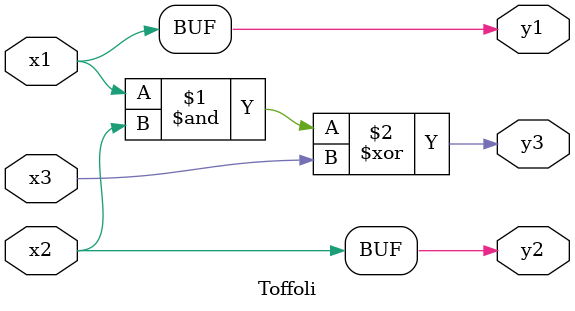
<source format=v>
`timescale 1ns / 1ps


module Toffoli(
    input x1, x2, x3,
    output y1, y2, y3
    );
    assign y1 = x1;
    assign y2 = x2;
    assign y3 = (x1 & x2)^x3;
endmodule

</source>
